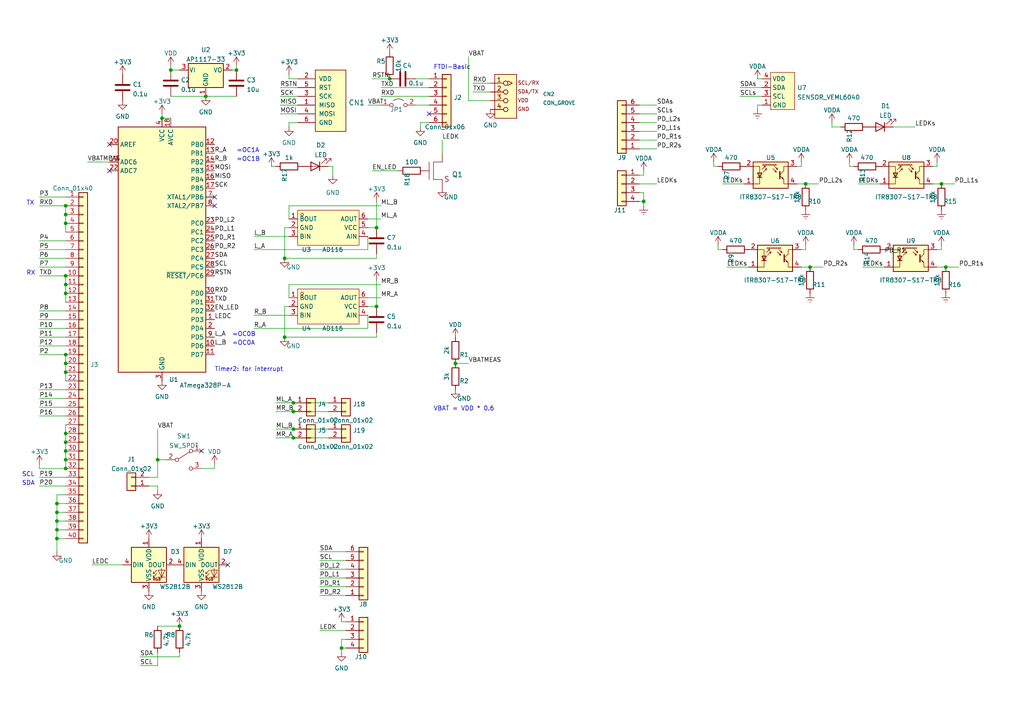
<source format=kicad_sch>
(kicad_sch (version 20211123) (generator eeschema)
  (paper "A4")
  (lib_symbols
    (symbol "Connector_Generic:Conn_01x02" (pin_names (offset 1.016) hide)
      (property "Reference" "J" (at 0 2.54 0))
      (property "Value" "Conn_01x02" (at 0 -5.08 0))
      (symbol "Conn_01x02_1_1"
        (pin passive line (at -5.08 0 0) (length 3.81) (name "Pin_1") (number "1"))
        (pin passive line (at -5.08 -2.54 0) (length 3.81) (name "Pin_2") (number "2"))
      )
    )
    (symbol "Connector_Generic:Conn_01x04" (pin_names (offset 1.016) hide)
      (property "Reference" "J" (at 0 5.08 0))
      (property "Value" "Conn_01x04" (at 0 -7.62 0))
      (symbol "Conn_01x04_1_1"
        (pin passive line (at -5.08 2.54 0) (length 3.81) (name "Pin_1") (number "1"))
        (pin passive line (at -5.08 0 0) (length 3.81) (name "Pin_2") (number "2"))
        (pin passive line (at -5.08 -2.54 0) (length 3.81) (name "Pin_3") (number "3"))
        (pin passive line (at -5.08 -5.08 0) (length 3.81) (name "Pin_4") (number "4"))
      )
    )
    (symbol "Connector_Generic:Conn_01x06" (pin_names (offset 1.016) hide)
      (property "Reference" "J" (at 0 7.62 0))
      (property "Value" "Conn_01x06" (at 0 -10.16 0))
      (symbol "Conn_01x06_1_1"
        (pin passive line (at -5.08 5.08 0) (length 3.81) (name "Pin_1") (number "1"))
        (pin passive line (at -5.08 2.54 0) (length 3.81) (name "Pin_2") (number "2"))
        (pin passive line (at -5.08 0 0) (length 3.81) (name "Pin_3") (number "3"))
        (pin passive line (at -5.08 -2.54 0) (length 3.81) (name "Pin_4") (number "4"))
        (pin passive line (at -5.08 -5.08 0) (length 3.81) (name "Pin_5") (number "5"))
        (pin passive line (at -5.08 -7.62 0) (length 3.81) (name "Pin_6") (number "6"))
      )
    )
    (symbol "Connector_Generic:Conn_01x40" (pin_names (offset 1.016) hide)
      (property "Reference" "J" (at 0 50.8 0))
      (property "Value" "Conn_01x40" (at 0 -53.34 0))
      (symbol "Conn_01x40_1_1"
        (pin passive line (at -5.08 48.26 0) (length 3.81) (name "Pin_1") (number "1"))
        (pin passive line (at -5.08 25.4 0) (length 3.81) (name "Pin_10") (number "10"))
        (pin passive line (at -5.08 22.86 0) (length 3.81) (name "Pin_11") (number "11"))
        (pin passive line (at -5.08 20.32 0) (length 3.81) (name "Pin_12") (number "12"))
        (pin passive line (at -5.08 17.78 0) (length 3.81) (name "Pin_13") (number "13"))
        (pin passive line (at -5.08 15.24 0) (length 3.81) (name "Pin_14") (number "14"))
        (pin passive line (at -5.08 12.7 0) (length 3.81) (name "Pin_15") (number "15"))
        (pin passive line (at -5.08 10.16 0) (length 3.81) (name "Pin_16") (number "16"))
        (pin passive line (at -5.08 7.62 0) (length 3.81) (name "Pin_17") (number "17"))
        (pin passive line (at -5.08 5.08 0) (length 3.81) (name "Pin_18") (number "18"))
        (pin passive line (at -5.08 2.54 0) (length 3.81) (name "Pin_19") (number "19"))
        (pin passive line (at -5.08 45.72 0) (length 3.81) (name "Pin_2") (number "2"))
        (pin passive line (at -5.08 0 0) (length 3.81) (name "Pin_20") (number "20"))
        (pin passive line (at -5.08 -2.54 0) (length 3.81) (name "Pin_21") (number "21"))
        (pin passive line (at -5.08 -5.08 0) (length 3.81) (name "Pin_22") (number "22"))
        (pin passive line (at -5.08 -7.62 0) (length 3.81) (name "Pin_23") (number "23"))
        (pin passive line (at -5.08 -10.16 0) (length 3.81) (name "Pin_24") (number "24"))
        (pin passive line (at -5.08 -12.7 0) (length 3.81) (name "Pin_25") (number "25"))
        (pin passive line (at -5.08 -15.24 0) (length 3.81) (name "Pin_26") (number "26"))
        (pin passive line (at -5.08 -17.78 0) (length 3.81) (name "Pin_27") (number "27"))
        (pin passive line (at -5.08 -20.32 0) (length 3.81) (name "Pin_28") (number "28"))
        (pin passive line (at -5.08 -22.86 0) (length 3.81) (name "Pin_29") (number "29"))
        (pin passive line (at -5.08 43.18 0) (length 3.81) (name "Pin_3") (number "3"))
        (pin passive line (at -5.08 -25.4 0) (length 3.81) (name "Pin_30") (number "30"))
        (pin passive line (at -5.08 -27.94 0) (length 3.81) (name "Pin_31") (number "31"))
        (pin passive line (at -5.08 -30.48 0) (length 3.81) (name "Pin_32") (number "32"))
        (pin passive line (at -5.08 -33.02 0) (length 3.81) (name "Pin_33") (number "33"))
        (pin passive line (at -5.08 -35.56 0) (length 3.81) (name "Pin_34") (number "34"))
        (pin passive line (at -5.08 -38.1 0) (length 3.81) (name "Pin_35") (number "35"))
        (pin passive line (at -5.08 -40.64 0) (length 3.81) (name "Pin_36") (number "36"))
        (pin passive line (at -5.08 -43.18 0) (length 3.81) (name "Pin_37") (number "37"))
        (pin passive line (at -5.08 -45.72 0) (length 3.81) (name "Pin_38") (number "38"))
        (pin passive line (at -5.08 -48.26 0) (length 3.81) (name "Pin_39") (number "39"))
        (pin passive line (at -5.08 40.64 0) (length 3.81) (name "Pin_4") (number "4"))
        (pin passive line (at -5.08 -50.8 0) (length 3.81) (name "Pin_40") (number "40"))
        (pin passive line (at -5.08 38.1 0) (length 3.81) (name "Pin_5") (number "5"))
        (pin passive line (at -5.08 35.56 0) (length 3.81) (name "Pin_6") (number "6"))
        (pin passive line (at -5.08 33.02 0) (length 3.81) (name "Pin_7") (number "7"))
        (pin passive line (at -5.08 30.48 0) (length 3.81) (name "Pin_8") (number "8"))
        (pin passive line (at -5.08 27.94 0) (length 3.81) (name "Pin_9") (number "9"))
      )
    )
    (symbol "Device:C" (pin_numbers hide) (pin_names (offset 0.254))
      (property "Reference" "C" (at 0.635 2.54 0))
      (property "Value" "C" (at 0.635 -2.54 0))
      (symbol "C_1_1"
        (pin passive line (at 0 3.81 270) (length 2.794) (name "~") (number "1"))
        (pin passive line (at 0 -3.81 90) (length 2.794) (name "~") (number "2"))
      )
    )
    (symbol "Device:LED" (pin_numbers hide) (pin_names (offset 1.016) hide)
      (property "Reference" "D" (at 0 2.54 0))
      (property "Value" "LED" (at 0 -2.54 0))
      (symbol "LED_1_1"
        (pin passive line (at -3.81 0 0) (length 2.54) (name "K") (number "1"))
        (pin passive line (at 3.81 0 180) (length 2.54) (name "A") (number "2"))
      )
    )
    (symbol "Device:R" (pin_numbers hide) (pin_names (offset 0))
      (property "Reference" "R" (at 2.032 0 90))
      (property "Value" "R" (at 0 0 90))
      (symbol "R_1_1"
        (pin passive line (at 0 3.81 270) (length 1.27) (name "~") (number "1"))
        (pin passive line (at 0 -3.81 90) (length 1.27) (name "~") (number "2"))
      )
    )
    (symbol "Jumper:Jumper_2_Open" (pin_names (offset 0) hide)
      (property "Reference" "JP" (at 0 2.794 0))
      (property "Value" "Jumper_2_Open" (at 0 -2.286 0))
      (symbol "Jumper_2_Open_1_1"
        (pin passive line (at -5.08 0 0) (length 2.54) (name "A") (number "1"))
        (pin passive line (at 5.08 0 180) (length 2.54) (name "B") (number "2"))
      )
    )
    (symbol "LED:WS2812B" (pin_names (offset 0.254))
      (property "Reference" "D" (at 5.08 5.715 0))
      (property "Value" "WS2812B" (at 1.27 -5.715 0))
      (symbol "WS2812B_0_0"
        (text "RGB" (at 2.286 -4.191 0) (effects (font (size 0.762 0.762))))
      )
      (symbol "WS2812B_1_1"
        (pin power_in line (at 0 7.62 270) (length 2.54) (name "VDD") (number "1"))
        (pin output line (at 7.62 0 180) (length 2.54) (name "DOUT") (number "2"))
        (pin power_in line (at 0 -7.62 90) (length 2.54) (name "VSS") (number "3"))
        (pin input line (at -7.62 0 0) (length 2.54) (name "DIN") (number "4"))
      )
    )
    (symbol "MCU_Microchip_ATmega:ATmega328P-A"
      (property "Reference" "U" (at -12.7 36.83 0))
      (property "Value" "ATmega328P-A" (at 2.54 -36.83 0))
      (symbol "ATmega328P-A_1_1"
        (pin bidirectional line (at 15.24 -20.32 180) (length 2.54) (name "PD3") (number "1"))
        (pin bidirectional line (at 15.24 -27.94 180) (length 2.54) (name "PD6") (number "10"))
        (pin bidirectional line (at 15.24 -30.48 180) (length 2.54) (name "PD7") (number "11"))
        (pin bidirectional line (at 15.24 30.48 180) (length 2.54) (name "PB0") (number "12"))
        (pin bidirectional line (at 15.24 27.94 180) (length 2.54) (name "PB1") (number "13"))
        (pin bidirectional line (at 15.24 25.4 180) (length 2.54) (name "PB2") (number "14"))
        (pin bidirectional line (at 15.24 22.86 180) (length 2.54) (name "PB3") (number "15"))
        (pin bidirectional line (at 15.24 20.32 180) (length 2.54) (name "PB4") (number "16"))
        (pin bidirectional line (at 15.24 17.78 180) (length 2.54) (name "PB5") (number "17"))
        (pin power_in line (at 2.54 38.1 270) (length 2.54) (name "AVCC") (number "18"))
        (pin input line (at -15.24 25.4 0) (length 2.54) (name "ADC6") (number "19"))
        (pin bidirectional line (at 15.24 -22.86 180) (length 2.54) (name "PD4") (number "2"))
        (pin passive line (at -15.24 30.48 0) (length 2.54) (name "AREF") (number "20"))
        (pin passive line (at 0 -38.1 90) (length 2.54) hide (name "GND") (number "21"))
        (pin input line (at -15.24 22.86 0) (length 2.54) (name "ADC7") (number "22"))
        (pin bidirectional line (at 15.24 7.62 180) (length 2.54) (name "PC0") (number "23"))
        (pin bidirectional line (at 15.24 5.08 180) (length 2.54) (name "PC1") (number "24"))
        (pin bidirectional line (at 15.24 2.54 180) (length 2.54) (name "PC2") (number "25"))
        (pin bidirectional line (at 15.24 0 180) (length 2.54) (name "PC3") (number "26"))
        (pin bidirectional line (at 15.24 -2.54 180) (length 2.54) (name "PC4") (number "27"))
        (pin bidirectional line (at 15.24 -5.08 180) (length 2.54) (name "PC5") (number "28"))
        (pin bidirectional line (at 15.24 -7.62 180) (length 2.54) (name "~{RESET}/PC6") (number "29"))
        (pin power_in line (at 0 -38.1 90) (length 2.54) (name "GND") (number "3"))
        (pin bidirectional line (at 15.24 -12.7 180) (length 2.54) (name "PD0") (number "30"))
        (pin bidirectional line (at 15.24 -15.24 180) (length 2.54) (name "PD1") (number "31"))
        (pin bidirectional line (at 15.24 -17.78 180) (length 2.54) (name "PD2") (number "32"))
        (pin power_in line (at 0 38.1 270) (length 2.54) (name "VCC") (number "4"))
        (pin passive line (at 0 -38.1 90) (length 2.54) hide (name "GND") (number "5"))
        (pin passive line (at 0 38.1 270) (length 2.54) hide (name "VCC") (number "6"))
        (pin bidirectional line (at 15.24 15.24 180) (length 2.54) (name "XTAL1/PB6") (number "7"))
        (pin bidirectional line (at 15.24 12.7 180) (length 2.54) (name "XTAL2/PB7") (number "8"))
        (pin bidirectional line (at 15.24 -25.4 180) (length 2.54) (name "PD5") (number "9"))
      )
    )
    (symbol "Regulator_Linear:AP1117-33" (pin_names (offset 0.254))
      (property "Reference" "U" (at -3.81 3.175 0))
      (property "Value" "AP1117-33" (at 0 3.175 0))
      (symbol "AP1117-33_1_1"
        (pin power_in line (at 0 -7.62 90) (length 2.54) (name "GND") (number "1"))
        (pin power_out line (at 7.62 0 180) (length 2.54) (name "VO") (number "2"))
        (pin power_in line (at -7.62 0 0) (length 2.54) (name "VI") (number "3"))
      )
    )
    (symbol "Sensor_Proximity:ITR8307-S17-TR8" (pin_names (offset 0.0254) hide)
      (property "Reference" "U" (at -3.81 5.08 0))
      (property "Value" "ITR8307-S17-TR8" (at 15.24 5.08 0))
      (symbol "ITR8307-S17-TR8_1_1"
        (pin passive line (at -7.62 -2.54 0) (length 2.54) (name "K") (number "1"))
        (pin passive line (at -7.62 2.54 0) (length 2.54) (name "A") (number "2"))
        (pin open_collector line (at 7.62 2.54 180) (length 2.54) (name "~") (number "3"))
        (pin open_emitter line (at 7.62 -2.54 180) (length 2.54) (name "~") (number "4"))
      )
    )
    (symbol "Switch:SW_SPDT" (pin_names (offset 0) hide)
      (property "Reference" "SW" (at 0 4.318 0))
      (property "Value" "SW_SPDT" (at 0 -5.08 0))
      (symbol "SW_SPDT_1_1"
        (pin passive line (at 5.08 2.54 180) (length 2.54) (name "A") (number "1"))
        (pin passive line (at -5.08 0 0) (length 2.54) (name "B") (number "2"))
        (pin passive line (at 5.08 -2.54 180) (length 2.54) (name "C") (number "3"))
      )
    )
    (symbol "akita:CON_AVRISP" (pin_names (offset 1.016))
      (property "Reference" "CN" (at -5.08 10.16 0))
      (symbol "CON_AVRISP_1_0"
        (pin bidirectional line (at -10.16 0 0) (length 5.08) (name "MISO") (number "1"))
        (pin bidirectional line (at -10.16 7.62 0) (length 5.08) (name "VDD") (number "2"))
        (pin bidirectional line (at -10.16 2.54 0) (length 5.08) (name "SCK") (number "3"))
        (pin bidirectional line (at -10.16 -2.54 0) (length 5.08) (name "MOSI") (number "4"))
        (pin bidirectional line (at -10.16 5.08 0) (length 5.08) (name "RST") (number "5"))
        (pin bidirectional line (at -10.16 -5.08 0) (length 5.08) (name "GND") (number "6"))
      )
    )
    (symbol "akita:CON_GROVE" (pin_names (offset 1.016))
      (property "Reference" "CN" (at 0 3.81 0))
      (property "Value" "CON_GROVE" (at 3.81 -5.08 90))
      (symbol "CON_GROVE_1_0"
        (text "GND" (at 5.334 -5.588 0) (effects (font (size 1.0668 1.0668)) (justify left bottom)))
        (text "SCL/RX" (at 5.334 2.032 0) (effects (font (size 1.0668 1.0668)) (justify left bottom)))
        (text "SDA/TX" (at 5.334 -0.508 0) (effects (font (size 1.0668 1.0668)) (justify left bottom)))
        (text "VDD" (at 5.334 -3.048 0) (effects (font (size 1.0668 1.0668)) (justify left bottom)))
        (pin bidirectional inverted_clock (at -2.54 2.54 0) (length 5.08) (name "1") (number "1"))
        (pin bidirectional inverted (at -2.54 0 0) (length 5.08) (name "2") (number "2"))
        (pin bidirectional inverted (at -2.54 -2.54 0) (length 5.08) (name "3") (number "3"))
        (pin bidirectional inverted (at -2.54 -5.08 0) (length 5.08) (name "4") (number "4"))
      )
    )
    (symbol "akita:SENSOR_VEML6040"
      (property "Reference" "U" (at 1.27 6.985 0))
      (property "Value" "SENSOR_VEML6040" (at 1.905 -6.35 0))
      (symbol "SENSOR_VEML6040_1_1"
        (pin power_in line (at 5.08 -3.81 180) (length 2.54) (name "GND") (number "1"))
        (pin bidirectional line (at 5.08 1.27 180) (length 2.54) (name "SDA") (number "2"))
        (pin bidirectional line (at 5.08 -1.27 180) (length 2.54) (name "SCL") (number "3"))
        (pin power_in line (at 5.08 3.81 180) (length 2.54) (name "VDD") (number "4"))
      )
    )
    (symbol "akita:TR_NMOS_IRLML6344" (pin_names (offset 1.016))
      (property "Reference" "Q" (at 3.048 0.508 0))
      (symbol "TR_NMOS_IRLML6344_1_0"
        (text "S" (at 3.048 -3.302 0) (effects (font (size 1.4986 1.4986)) (justify left bottom)))
        (pin bidirectional line (at -2.54 0 0) (length 0) (name "G") (number "1"))
        (pin bidirectional line (at 2.54 -5.08 90) (length 2.54) (name "S") (number "2"))
        (pin bidirectional line (at 2.54 5.08 270) (length 2.54) (name "D") (number "3"))
      )
    )
    (symbol "libLCSC:AD116"
      (property "Reference" "U" (at 0 7.62 0))
      (property "Value" "AD116" (at 0 -7.62 0))
      (symbol "AD116_0_1"
        (pin unspecified line (at -11.43 2.54 0) (length 2.54) (name "BOUT") (number "1"))
        (pin unspecified line (at -11.43 0 0) (length 2.54) (name "GND") (number "2"))
        (pin unspecified line (at -11.43 -2.54 0) (length 2.54) (name "BIN") (number "3"))
        (pin unspecified line (at 11.43 -2.54 180) (length 2.54) (name "AIN") (number "4"))
        (pin unspecified line (at 11.43 0 180) (length 2.54) (name "VCC") (number "5"))
        (pin unspecified line (at 11.43 2.54 180) (length 2.54) (name "AOUT") (number "6"))
      )
    )
    (symbol "power:+3V3" (power) (pin_names (offset 0))
      (property "Value" "+3V3" (at 0 3.556 0))
      (symbol "+3V3_1_1"
        (pin power_in line (at 0 0 90) (length 0) hide (name "+3V3") (number "1"))
      )
    )
    (symbol "power:Earth" (power) (pin_names (offset 0))
      (symbol "Earth_1_1"
        (pin power_in line (at 0 0 270) (length 0) hide (name "Earth") (number "1"))
      )
    )
    (symbol "power:GND" (power) (pin_names (offset 0))
      (property "Value" "GND" (at 0 -3.81 0))
      (symbol "GND_1_1"
        (pin power_in line (at 0 0 270) (length 0) hide (name "GND") (number "1"))
      )
    )
    (symbol "power:VDD" (power) (pin_names (offset 0))
      (property "Value" "VDD" (at 0 3.81 0))
      (symbol "VDD_1_1"
        (pin power_in line (at 0 0 90) (length 0) hide (name "VDD") (number "1"))
      )
    )
    (symbol "power:VDDA" (power) (pin_names (offset 0))
      (property "Value" "VDDA" (at 0 3.81 0))
      (symbol "VDDA_1_1"
        (pin power_in line (at 0 0 90) (length 0) hide (name "VDDA") (number "1"))
      )
    )
  )
  (junction (at 186.69 58.42))
  (junction (at 19.05 59.69))
  (junction (at 45.72 133.35))
  (junction (at 19.05 128.27))
  (junction (at 19.05 107.95))
  (junction (at 85.09 124.46))
  (junction (at 16.51 156.21))
  (junction (at 274.32 77.47))
  (junction (at 19.05 85.09))
  (junction (at 85.09 119.38))
  (junction (at 109.22 88.9))
  (junction (at 49.53 20.32))
  (junction (at 19.05 130.81))
  (junction (at 19.05 125.73))
  (junction (at 19.05 80.01))
  (junction (at 99.06 187.96))
  (junction (at 85.09 116.84))
  (junction (at 19.05 135.89))
  (junction (at 109.22 66.04))
  (junction (at 273.05 53.34))
  (junction (at 68.58 20.32))
  (junction (at 46.99 34.29))
  (junction (at 19.05 105.41))
  (junction (at 85.09 127))
  (junction (at 19.05 62.23))
  (junction (at 19.05 82.55))
  (junction (at 233.68 53.34))
  (junction (at 132.08 105.41))
  (junction (at 19.05 64.77))
  (junction (at 16.51 146.05))
  (junction (at 19.05 133.35))
  (junction (at 59.69 27.94))
  (junction (at 113.03 22.86))
  (junction (at 16.51 153.67))
  (junction (at 16.51 151.13))
  (junction (at 19.05 102.87))
  (junction (at 52.07 181.61))
  (junction (at 16.51 148.59))
  (junction (at 82.55 74.93))
  (junction (at 234.95 77.47))
  (junction (at 82.55 97.79))
  (no_connect (at 124.46 33.02))
  (no_connect (at 31.75 49.53))
  (no_connect (at 66.04 163.83))
  (no_connect (at 62.23 57.15))
  (no_connect (at 62.23 59.69))
  (no_connect (at 58.42 130.81))
  (no_connect (at 31.75 41.91))
  (wire (pts (xy 215.9 53.34) (xy 209.55 53.34)))
  (wire (pts (xy 248.92 72.39) (xy 247.65 72.39)))
  (wire (pts (xy 73.66 91.44) (xy 83.82 91.44)))
  (wire (pts (xy 255.27 53.34) (xy 248.92 53.34)))
  (wire (pts (xy 271.78 77.47) (xy 274.32 77.47)))
  (wire (pts (xy 11.43 74.93) (xy 19.05 74.93)))
  (wire (pts (xy 106.68 95.25) (xy 106.68 91.44)))
  (wire (pts (xy 19.05 105.41) (xy 19.05 107.95)))
  (wire (pts (xy 110.49 25.4) (xy 124.46 25.4)))
  (wire (pts (xy 80.01 127) (xy 85.09 127)))
  (wire (pts (xy 19.05 130.81) (xy 19.05 133.35)))
  (wire (pts (xy 49.53 27.94) (xy 59.69 27.94)))
  (wire (pts (xy 217.17 77.47) (xy 210.82 77.47)))
  (wire (pts (xy 16.51 156.21) (xy 16.51 160.02)))
  (wire (pts (xy 271.78 48.26) (xy 270.51 48.26)))
  (wire (pts (xy 85.09 127) (xy 95.25 127)))
  (wire (pts (xy 86.36 35.56) (xy 83.82 35.56)))
  (wire (pts (xy 81.28 25.4) (xy 86.36 25.4)))
  (wire (pts (xy 19.05 143.51) (xy 16.51 143.51)))
  (wire (pts (xy 11.43 100.33) (xy 19.05 100.33)))
  (wire (pts (xy 19.05 85.09) (xy 19.05 87.63)))
  (wire (pts (xy 11.43 102.87) (xy 19.05 102.87)))
  (wire (pts (xy 233.68 71.12) (xy 233.68 72.39)))
  (wire (pts (xy 43.18 138.43) (xy 45.72 138.43)))
  (wire (pts (xy 19.05 64.77) (xy 19.05 67.31)))
  (wire (pts (xy 52.07 189.23) (xy 52.07 190.5)))
  (wire (pts (xy 83.82 59.69) (xy 110.49 59.69)))
  (wire (pts (xy 81.28 30.48) (xy 86.36 30.48)))
  (wire (pts (xy 11.43 134.62) (xy 11.43 135.89)))
  (wire (pts (xy 40.64 190.5) (xy 52.07 190.5)))
  (wire (pts (xy 233.68 72.39) (xy 232.41 72.39)))
  (wire (pts (xy 83.82 22.86) (xy 83.82 21.59)))
  (wire (pts (xy 83.82 59.69) (xy 83.82 63.5)))
  (wire (pts (xy 92.71 170.18) (xy 100.33 170.18)))
  (wire (pts (xy 67.31 20.32) (xy 68.58 20.32)))
  (wire (pts (xy 19.05 107.95) (xy 19.05 110.49)))
  (wire (pts (xy 92.71 167.64) (xy 100.33 167.64)))
  (wire (pts (xy 80.01 124.46) (xy 85.09 124.46)))
  (wire (pts (xy 137.16 26.67) (xy 142.24 26.67)))
  (wire (pts (xy 73.66 68.58) (xy 83.82 68.58)))
  (wire (pts (xy 185.42 38.1) (xy 190.5 38.1)))
  (wire (pts (xy 19.05 80.01) (xy 19.05 82.55)))
  (wire (pts (xy 46.99 33.02) (xy 46.99 34.29)))
  (wire (pts (xy 11.43 72.39) (xy 19.05 72.39)))
  (wire (pts (xy 11.43 59.69) (xy 19.05 59.69)))
  (wire (pts (xy 52.07 20.32) (xy 49.53 20.32)))
  (wire (pts (xy 95.25 48.26) (xy 96.52 48.26)))
  (wire (pts (xy 16.51 146.05) (xy 19.05 146.05)))
  (wire (pts (xy 92.71 160.02) (xy 100.33 160.02)))
  (wire (pts (xy 11.43 80.01) (xy 19.05 80.01)))
  (wire (pts (xy 48.26 133.35) (xy 45.72 133.35)))
  (wire (pts (xy 232.41 77.47) (xy 234.95 77.47)))
  (wire (pts (xy 92.71 162.56) (xy 100.33 162.56)))
  (wire (pts (xy 83.82 82.55) (xy 83.82 86.36)))
  (wire (pts (xy 16.51 153.67) (xy 19.05 153.67)))
  (wire (pts (xy 186.69 58.42) (xy 186.69 59.69)))
  (wire (pts (xy 106.68 72.39) (xy 106.68 68.58)))
  (wire (pts (xy 273.05 53.34) (xy 276.86 53.34)))
  (wire (pts (xy 26.67 163.83) (xy 35.56 163.83)))
  (wire (pts (xy 45.72 124.46) (xy 45.72 133.35)))
  (wire (pts (xy 25.4 46.99) (xy 31.75 46.99)))
  (wire (pts (xy 107.95 22.86) (xy 113.03 22.86)))
  (wire (pts (xy 58.42 135.89) (xy 62.23 135.89)))
  (wire (pts (xy 92.71 172.72) (xy 100.33 172.72)))
  (wire (pts (xy 185.42 55.88) (xy 186.69 55.88)))
  (wire (pts (xy 85.09 119.38) (xy 95.25 119.38)))
  (wire (pts (xy 137.16 24.13) (xy 142.24 24.13)))
  (wire (pts (xy 11.43 140.97) (xy 19.05 140.97)))
  (wire (pts (xy 100.33 185.42) (xy 99.06 185.42)))
  (wire (pts (xy 45.72 140.97) (xy 45.72 142.24)))
  (wire (pts (xy 186.69 55.88) (xy 186.69 58.42)))
  (wire (pts (xy 106.68 88.9) (xy 109.22 88.9)))
  (wire (pts (xy 16.51 146.05) (xy 16.51 148.59)))
  (wire (pts (xy 45.72 133.35) (xy 45.72 138.43)))
  (wire (pts (xy 68.58 20.32) (xy 68.58 19.05)))
  (wire (pts (xy 81.28 27.94) (xy 86.36 27.94)))
  (wire (pts (xy 207.01 48.26) (xy 207.01 46.99)))
  (wire (pts (xy 11.43 138.43) (xy 19.05 138.43)))
  (wire (pts (xy 209.55 72.39) (xy 208.28 72.39)))
  (wire (pts (xy 124.46 35.56) (xy 121.92 35.56)))
  (wire (pts (xy 82.55 66.04) (xy 82.55 74.93)))
  (wire (pts (xy 234.95 77.47) (xy 238.76 77.47)))
  (wire (pts (xy 45.72 189.23) (xy 45.72 193.04)))
  (wire (pts (xy 109.22 97.79) (xy 109.22 96.52)))
  (wire (pts (xy 81.28 33.02) (xy 86.36 33.02)))
  (wire (pts (xy 19.05 123.19) (xy 19.05 125.73)))
  (wire (pts (xy 185.42 43.18) (xy 190.5 43.18)))
  (wire (pts (xy 11.43 95.25) (xy 19.05 95.25)))
  (wire (pts (xy 16.51 151.13) (xy 16.51 153.67)))
  (wire (pts (xy 247.65 72.39) (xy 247.65 71.12)))
  (wire (pts (xy 270.51 53.34) (xy 273.05 53.34)))
  (wire (pts (xy 246.38 48.26) (xy 246.38 46.99)))
  (wire (pts (xy 232.41 48.26) (xy 231.14 48.26)))
  (wire (pts (xy 109.22 58.42) (xy 109.22 66.04)))
  (wire (pts (xy 11.43 77.47) (xy 19.05 77.47)))
  (wire (pts (xy 11.43 92.71) (xy 19.05 92.71)))
  (wire (pts (xy 185.42 35.56) (xy 190.5 35.56)))
  (wire (pts (xy 78.74 48.26) (xy 80.01 48.26)))
  (wire (pts (xy 107.95 49.53) (xy 115.57 49.53)))
  (wire (pts (xy 120.65 22.86) (xy 124.46 22.86)))
  (wire (pts (xy 185.42 33.02) (xy 190.5 33.02)))
  (wire (pts (xy 243.84 36.83) (xy 241.3 36.83)))
  (wire (pts (xy 271.78 46.99) (xy 271.78 48.26)))
  (wire (pts (xy 62.23 135.89) (xy 62.23 134.62)))
  (wire (pts (xy 132.08 105.41) (xy 135.89 105.41)))
  (wire (pts (xy 85.09 116.84) (xy 95.25 116.84)))
  (wire (pts (xy 11.43 90.17) (xy 19.05 90.17)))
  (wire (pts (xy 49.53 20.32) (xy 49.53 19.05)))
  (wire (pts (xy 80.01 116.84) (xy 85.09 116.84)))
  (wire (pts (xy 120.65 30.48) (xy 124.46 30.48)))
  (wire (pts (xy 19.05 133.35) (xy 19.05 135.89)))
  (wire (pts (xy 85.09 124.46) (xy 95.25 124.46)))
  (wire (pts (xy 16.51 156.21) (xy 19.05 156.21)))
  (wire (pts (xy 208.28 72.39) (xy 208.28 71.12)))
  (wire (pts (xy 43.18 140.97) (xy 45.72 140.97)))
  (wire (pts (xy 110.49 27.94) (xy 124.46 27.94)))
  (wire (pts (xy 16.51 143.51) (xy 16.51 146.05)))
  (wire (pts (xy 185.42 53.34) (xy 190.5 53.34)))
  (wire (pts (xy 45.72 181.61) (xy 52.07 181.61)))
  (wire (pts (xy 92.71 182.88) (xy 100.33 182.88)))
  (wire (pts (xy 46.99 34.29) (xy 49.53 34.29)))
  (wire (pts (xy 231.14 53.34) (xy 233.68 53.34)))
  (wire (pts (xy 16.51 153.67) (xy 16.51 156.21)))
  (wire (pts (xy 219.71 22.86) (xy 220.98 22.86)))
  (wire (pts (xy 11.43 97.79) (xy 19.05 97.79)))
  (wire (pts (xy 186.69 50.8) (xy 186.69 49.53)))
  (wire (pts (xy 99.06 187.96) (xy 100.33 187.96)))
  (wire (pts (xy 80.01 119.38) (xy 85.09 119.38)))
  (wire (pts (xy 83.82 66.04) (xy 82.55 66.04)))
  (wire (pts (xy 19.05 128.27) (xy 19.05 130.81)))
  (wire (pts (xy 185.42 30.48) (xy 190.5 30.48)))
  (wire (pts (xy 233.68 53.34) (xy 237.49 53.34)))
  (wire (pts (xy 59.69 27.94) (xy 68.58 27.94)))
  (wire (pts (xy 11.43 120.65) (xy 19.05 120.65)))
  (wire (pts (xy 99.06 185.42) (xy 99.06 187.96)))
  (wire (pts (xy 214.63 27.94) (xy 220.98 27.94)))
  (wire (pts (xy 232.41 46.99) (xy 232.41 48.26)))
  (wire (pts (xy 40.64 193.04) (xy 45.72 193.04)))
  (wire (pts (xy 259.08 36.83) (xy 265.43 36.83)))
  (wire (pts (xy 185.42 58.42) (xy 186.69 58.42)))
  (wire (pts (xy 96.52 48.26) (xy 96.52 50.8)))
  (wire (pts (xy 16.51 151.13) (xy 19.05 151.13)))
  (wire (pts (xy 19.05 102.87) (xy 19.05 105.41)))
  (wire (pts (xy 247.65 48.26) (xy 246.38 48.26)))
  (wire (pts (xy 82.55 88.9) (xy 82.55 97.79)))
  (wire (pts (xy 11.43 115.57) (xy 19.05 115.57)))
  (wire (pts (xy 274.32 77.47) (xy 278.13 77.47)))
  (wire (pts (xy 109.22 74.93) (xy 109.22 73.66)))
  (wire (pts (xy 109.22 81.28) (xy 109.22 88.9)))
  (wire (pts (xy 92.71 165.1) (xy 100.33 165.1)))
  (wire (pts (xy 208.28 48.26) (xy 207.01 48.26)))
  (wire (pts (xy 16.51 148.59) (xy 19.05 148.59)))
  (wire (pts (xy 86.36 22.86) (xy 83.82 22.86)))
  (wire (pts (xy 73.66 72.39) (xy 106.68 72.39)))
  (wire (pts (xy 11.43 118.11) (xy 19.05 118.11)))
  (wire (pts (xy 11.43 57.15) (xy 19.05 57.15)))
  (wire (pts (xy 135.89 29.21) (xy 142.24 29.21)))
  (wire (pts (xy 106.68 30.48) (xy 110.49 30.48)))
  (wire (pts (xy 11.43 69.85) (xy 19.05 69.85)))
  (wire (pts (xy 219.71 30.48) (xy 219.71 31.75)))
  (wire (pts (xy 83.82 88.9) (xy 82.55 88.9)))
  (wire (pts (xy 99.06 187.96) (xy 99.06 189.23)))
  (wire (pts (xy 82.55 97.79) (xy 109.22 97.79)))
  (wire (pts (xy 19.05 125.73) (xy 19.05 128.27)))
  (wire (pts (xy 73.66 95.25) (xy 106.68 95.25)))
  (wire (pts (xy 241.3 36.83) (xy 241.3 35.56)))
  (wire (pts (xy 83.82 35.56) (xy 83.82 36.83)))
  (wire (pts (xy 106.68 63.5) (xy 110.49 63.5)))
  (wire (pts (xy 273.05 72.39) (xy 271.78 72.39)))
  (wire (pts (xy 256.54 77.47) (xy 250.19 77.47)))
  (wire (pts (xy 106.68 86.36) (xy 110.49 86.36)))
  (wire (pts (xy 11.43 135.89) (xy 19.05 135.89)))
  (wire (pts (xy 83.82 82.55) (xy 110.49 82.55)))
  (wire (pts (xy 99.06 180.34) (xy 100.33 180.34)))
  (wire (pts (xy 185.42 40.64) (xy 190.5 40.64)))
  (wire (pts (xy 19.05 82.55) (xy 19.05 85.09)))
  (wire (pts (xy 128.27 40.64) (xy 128.27 44.45)))
  (wire (pts (xy 82.55 74.93) (xy 109.22 74.93)))
  (wire (pts (xy 214.63 25.4) (xy 220.98 25.4)))
  (wire (pts (xy 16.51 148.59) (xy 16.51 151.13)))
  (wire (pts (xy 135.89 16.51) (xy 135.89 29.21)))
  (wire (pts (xy 273.05 71.12) (xy 273.05 72.39)))
  (wire (pts (xy 121.92 35.56) (xy 121.92 36.83)))
  (wire (pts (xy 19.05 62.23) (xy 19.05 64.77)))
  (wire (pts (xy 11.43 113.03) (xy 19.05 113.03)))
  (wire (pts (xy 19.05 59.69) (xy 19.05 62.23)))
  (wire (pts (xy 106.68 66.04) (xy 109.22 66.04)))
  (wire (pts (xy 220.98 30.48) (xy 219.71 30.48)))
  (wire (pts (xy 185.42 50.8) (xy 186.69 50.8)))
  (text "SDA\n" (at 6.35 140.97 0) (effects (font (size 1.27 1.27)) (justify left bottom)))
  (text "VBAT = VDD * 0.6" (at 125.73 119.38 0) (effects (font (size 1.27 1.27)) (justify left bottom)))
  (text "Timer2: for interrupt" (at 62.23 107.95 0) (effects (font (size 1.27 1.27)) (justify left bottom)))
  (text "FTDI-Basic\n" (at 125.73 20.32 0) (effects (font (size 1.27 1.27)) (justify left bottom)))
  (text "=OC1A" (at 68.58 44.45 0) (effects (font (size 1.27 1.27)) (justify left bottom)))
  (text "TX\n" (at 7.62 59.69 0) (effects (font (size 1.27 1.27)) (justify left bottom)))
  (text "=OC1B" (at 68.58 46.99 0) (effects (font (size 1.27 1.27)) (justify left bottom)))
  (text "=OC0B" (at 67.31 97.79 0) (effects (font (size 1.27 1.27)) (justify left bottom)))
  (text "=OC0A" (at 67.31 100.33 0) (effects (font (size 1.27 1.27)) (justify left bottom)))
  (text "SCL" (at 6.35 138.43 0) (effects (font (size 1.27 1.27)) (justify left bottom)))
  (text "RX" (at 7.62 80.01 0) (effects (font (size 1.27 1.27)) (justify left bottom)))
  (label "MISO" (at 81.28 30.48 0))
  (label "ML_A" (at 80.01 116.84 0))
  (label "P6" (at 11.43 74.93 0))
  (label "SDAs" (at 214.63 25.4 0))
  (label "ML_B" (at 80.01 124.46 0))
  (label "SCK" (at 81.28 27.94 0))
  (label "LEDC" (at 62.23 92.71 0))
  (label "PD_R1" (at 92.71 170.18 0))
  (label "RSTN" (at 107.95 22.86 0))
  (label "SCLs" (at 190.5 33.02 0))
  (label "PD_L2" (at 62.23 64.77 0))
  (label "VBATMEAS" (at 25.4 46.99 0))
  (label "PD_R2s" (at 238.76 77.47 0))
  (label "LEDKs" (at 265.43 36.83 0))
  (label "LEDC" (at 26.67 163.83 0))
  (label "ML_B" (at 110.49 59.69 0))
  (label "RSTN" (at 62.23 80.01 0))
  (label "LEDKs" (at 248.92 53.34 0))
  (label "R_A" (at 62.23 44.45 0))
  (label "L_A" (at 73.66 72.39 0))
  (label "R_B" (at 62.23 46.99 0))
  (label "VBAT" (at 106.68 30.48 0))
  (label "PD_R1s" (at 190.5 40.64 0))
  (label "PD_L1s" (at 276.86 53.34 0))
  (label "PD_L2s" (at 190.5 35.56 0))
  (label "PD_R1s" (at 278.13 77.47 0))
  (label "MOSI" (at 62.23 49.53 0))
  (label "P11" (at 11.43 97.79 0))
  (label "P5" (at 11.43 72.39 0))
  (label "PD_L2s" (at 237.49 53.34 0))
  (label "P13" (at 11.43 113.03 0))
  (label "PD_R2s" (at 190.5 43.18 0))
  (label "RXD" (at 11.43 59.69 0))
  (label "PD_L1" (at 92.71 167.64 0))
  (label "LEDKs" (at 250.19 77.47 0))
  (label "MR_A" (at 80.01 127 0))
  (label "RSTN" (at 81.28 25.4 0))
  (label "P3" (at 11.43 57.15 0))
  (label "EN_LED" (at 62.23 90.17 0))
  (label "TXD" (at 137.16 26.67 0))
  (label "P12" (at 11.43 100.33 0))
  (label "RXD" (at 137.16 24.13 0))
  (label "EN_LED" (at 107.95 49.53 0))
  (label "P4" (at 11.43 69.85 0))
  (label "MOSI" (at 81.28 33.02 0))
  (label "SDA" (at 40.64 190.5 0))
  (label "LEDKs" (at 209.55 53.34 0))
  (label "MISO" (at 62.23 52.07 0))
  (label "PD_L1" (at 62.23 67.31 0))
  (label "PD_R1" (at 256.54 73.66 0))
  (label "P10" (at 11.43 95.25 0))
  (label "R_B" (at 73.66 91.44 0))
  (label "SCK" (at 62.23 54.61 0))
  (label "P14" (at 11.43 115.57 0))
  (label "VBAT" (at 45.72 124.46 0))
  (label "SCL" (at 40.64 193.04 0))
  (label "P7" (at 11.43 77.47 0))
  (label "P2" (at 11.43 102.87 0))
  (label "SCL" (at 92.71 162.56 0))
  (label "RXD" (at 110.49 27.94 0))
  (label "P9" (at 11.43 92.71 0))
  (label "TXD" (at 110.49 25.4 0))
  (label "TXD" (at 62.23 87.63 0))
  (label "SDA" (at 92.71 160.02 0))
  (label "SCL" (at 62.23 77.47 0))
  (label "P20" (at 11.43 140.97 0))
  (label "SDAs" (at 190.5 30.48 0))
  (label "PD_R2" (at 92.71 172.72 0))
  (label "LEDKs" (at 210.82 77.47 0))
  (label "ML_A" (at 110.49 63.5 0))
  (label "SCLs" (at 214.63 27.94 0))
  (label "PD_L1s" (at 190.5 38.1 0))
  (label "VBAT" (at 135.89 16.51 0))
  (label "L_A" (at 62.23 97.79 0))
  (label "P15" (at 11.43 118.11 0))
  (label "PD_L2" (at 92.71 165.1 0))
  (label "VBATMEAS" (at 135.89 105.41 0))
  (label "L_B" (at 62.23 100.33 0))
  (label "MR_A" (at 110.49 86.36 0))
  (label "P19" (at 11.43 138.43 0))
  (label "MR_B" (at 110.49 82.55 0))
  (label "SDA" (at 62.23 74.93 0))
  (label "PD_R2" (at 62.23 72.39 0))
  (label "P8" (at 11.43 90.17 0))
  (label "MR_B" (at 80.01 119.38 0))
  (label "LEDK" (at 128.27 40.64 0))
  (label "R_A" (at 73.66 95.25 0))
  (label "RXD" (at 62.23 85.09 0))
  (label "LEDKs" (at 190.5 53.34 0))
  (label "P16" (at 11.43 120.65 0))
  (label "PD_R1" (at 62.23 69.85 0))
  (label "TXD" (at 11.43 80.01 0))
  (label "L_B" (at 73.66 68.58 0))
  (label "LEDK" (at 92.71 182.88 0))
  (symbol (lib_id "power:+3V3") (at 52.07 181.61 0) (unit 1)
    (property "Reference" "#PWR0106" (effects hide))
    (property "Value" "+3V3" (at 52.07 178.0055 0))
  )
  (symbol (lib_id "power:VDDA") (at 233.68 71.12 0) (unit 1)
    (property "Reference" "#PWR030" (effects hide))
    (property "Value" "VDDA" (at 233.68 67.5155 0))
  )
  (symbol (lib_id "power:VDDA") (at 247.65 71.12 0) (unit 1)
    (property "Reference" "#PWR032" (effects hide))
    (property "Value" "VDDA" (at 247.65 67.5155 0))
  )
  (symbol (lib_id "Device:R") (at 251.46 48.26 270) (unit 1)
    (property "Reference" "R13" (at 250.19 50.8 0))
    (property "Value" "470" (at 251.46 45.72 90))
    (property "Footprint" "Resistor_SMD:R_0603_1608Metric" (effects hide))
    (property "LCSC" "C2907172" (effects hide))
  )
  (symbol (lib_id "Device:LED") (at 255.27 36.83 180) (unit 1)
    (property "Reference" "D1" (at 256.8575 30.7045 0))
    (property "Value" "LED" (at 256.8575 33.4796 0))
    (property "Footprint" "LED_SMD:LED_0603_1608Metric" (effects hide))
  )
  (symbol (lib_id "power:GND") (at 82.55 74.93 0) (unit 1)
    (property "Reference" "#PWR012" (effects hide))
    (property "Value" "GND" (at 85.09 77.47 0))
  )
  (symbol (lib_id "power:GND") (at 132.08 113.03 0) (unit 1)
    (property "Reference" "#PWR016" (effects hide))
    (property "Value" "GND" (at 134.62 115.57 0))
  )
  (symbol (lib_id "power:VDDA") (at 232.41 46.99 0) (unit 1)
    (property "Reference" "#PWR024" (effects hide))
    (property "Value" "VDDA" (at 232.41 43.3855 0))
  )
  (symbol (lib_id "akita:SENSOR_VEML6040") (at 226.06 26.67 0) (mirror y) (unit 1)
    (property "Reference" "U7" (at 231.2162 25.444 0) (effects (justify right)))
    (property "Value" "SENSOR_VEML6040" (at 231.2162 28.2191 0) (effects (justify right)))
    (property "Footprint" "akita:OPLGA-4" (effects hide))
    (property "LCSC" "C78465" (effects hide))
  )
  (symbol (lib_id "power:GND") (at 46.99 110.49 0) (unit 1)
    (property "Reference" "#PWR05" (effects hide))
    (property "Value" "GND" (at 46.99 115.0525 0))
  )
  (symbol (lib_id "power:+3V3") (at 78.74 48.26 0) (unit 1)
    (property "Reference" "#PWR040" (effects hide))
    (property "Value" "+3V3" (at 78.74 44.6555 0))
  )
  (symbol (lib_id "power:+3V3") (at 46.99 33.02 0) (unit 1)
    (property "Reference" "#PWR04" (effects hide))
    (property "Value" "+3V3" (at 46.99 29.4155 0))
  )
  (symbol (lib_id "power:VDDA") (at 207.01 46.99 0) (unit 1)
    (property "Reference" "#PWR023" (effects hide))
    (property "Value" "VDDA" (at 207.01 43.3855 0))
  )
  (symbol (lib_id "power:GND") (at 35.56 29.21 0) (unit 1)
    (property "Reference" "#PWR02" (effects hide))
    (property "Value" "GND" (at 35.56 33.7725 0))
  )
  (symbol (lib_id "power:VDDA") (at 273.05 71.12 0) (unit 1)
    (property "Reference" "#PWR033" (effects hide))
    (property "Value" "VDDA" (at 273.05 67.5155 0))
  )
  (symbol (lib_id "power:VDDA") (at 246.38 46.99 0) (unit 1)
    (property "Reference" "#PWR025" (effects hide))
    (property "Value" "VDDA" (at 246.38 43.3855 0))
  )
  (symbol (lib_id "power:+3V3") (at 113.03 15.24 0) (unit 1)
    (property "Reference" "#PWR018" (effects hide))
    (property "Value" "+3V3" (at 113.03 11.6355 0))
  )
  (symbol (lib_id "power:GND") (at 128.27 54.61 0) (unit 1)
    (property "Reference" "#PWR031" (effects hide))
    (property "Value" "GND" (at 130.81 57.15 0))
  )
  (symbol (lib_id "LED:WS2812B") (at 58.42 163.83 0) (unit 1)
    (property "Reference" "D7" (at 66.04 160.02 0))
    (property "Value" "WS2812B" (at 66.04 170.18 0))
    (property "Footprint" "LED_SMD:LED_WS2812B_PLCC4_5.0x5.0mm_P3.2mm" (effects hide))
    (property "Datasheet" "https://cdn-shop.adafruit.com/datasheets/WS2812B.pdf" (effects hide))
  )
  (symbol (lib_id "Device:R") (at 273.05 57.15 0) (unit 1)
    (property "Reference" "R15" (at 275.59 58.42 0))
    (property "Value" "10k" (at 270.51 57.15 90))
    (property "Footprint" "Resistor_SMD:R_0603_1608Metric" (effects hide))
  )
  (symbol (lib_id "Device:R") (at 234.95 81.28 0) (unit 1)
    (property "Reference" "R11" (at 237.49 82.55 0))
    (property "Value" "10k" (at 232.41 81.28 90))
    (property "Footprint" "Resistor_SMD:R_0603_1608Metric" (effects hide))
  )
  (symbol (lib_id "Device:C") (at 116.84 22.86 90) (unit 1)
    (property "Reference" "C4" (at 118.11 19.05 90))
    (property "Value" "0.1u" (at 120.65 24.13 90))
    (property "Footprint" "Capacitor_SMD:C_0603_1608Metric" (effects hide))
  )
  (symbol (lib_id "power:VDDA") (at 271.78 46.99 0) (unit 1)
    (property "Reference" "#PWR026" (effects hide))
    (property "Value" "VDDA" (at 271.78 43.3855 0))
  )
  (symbol (lib_id "Sensor_Proximity:ITR8307-S17-TR8") (at 223.52 50.8 0) (unit 1)
    (property "Reference" "U5" (at 223.52 45.72 0))
    (property "Value" "ITR8307-S17-TR8" (at 223.52 57.15 0))
    (property "Footprint" "OptoDevice:Everlight_ITR1201SR10AR" (effects hide))
    (property "Datasheet" "https://datasheet.lcsc.com/szlcsc/1810010232_Everlight-Elec-ITR8307-S17-TR8-B_C81632.pdf" (effects hide))
    (property "LCSC" "C81632" (effects hide))
  )
  (symbol (lib_id "akita:CON_AVRISP") (at 96.52 30.48 0) (unit 1)
    (property "Reference" "CN1" (at 101.0666 29.7752 0) (effects (font (size 1.4986 1.4986)) (justify left)))
    (property "Value" "CON_AVRISP" (effects hide))
    (property "Footprint" "Connector_PinHeader_2.54mm:PinHeader_2x03_P2.54mm_Vertical" (effects hide))
  )
  (symbol (lib_id "power:VDD") (at 62.23 134.62 0) (unit 1)
    (property "Reference" "#PWR08" (effects hide))
    (property "Value" "VDD" (at 62.23 131.0155 0))
  )
  (symbol (lib_id "Sensor_Proximity:ITR8307-S17-TR8") (at 224.79 74.93 0) (unit 1)
    (property "Reference" "U6" (at 224.79 69.85 0))
    (property "Value" "ITR8307-S17-TR8" (at 224.79 81.28 0))
    (property "Footprint" "OptoDevice:Everlight_ITR1201SR10AR" (effects hide))
    (property "Datasheet" "https://datasheet.lcsc.com/szlcsc/1810010232_Everlight-Elec-ITR8307-S17-TR8-B_C81632.pdf" (effects hide))
    (property "LCSC" "C81632" (effects hide))
  )
  (symbol (lib_id "power:+3V3") (at 11.43 134.62 0) (unit 1)
    (property "Reference" "#PWR0101" (effects hide))
    (property "Value" "+3V3" (at 11.43 131.0155 0))
  )
  (symbol (lib_id "power:GND") (at 96.52 50.8 0) (unit 1)
    (property "Reference" "#PWR041" (effects hide))
    (property "Value" "GND" (at 96.52 55.88 0))
  )
  (symbol (lib_id "power:GND") (at 16.51 160.02 0) (unit 1)
    (property "Reference" "#PWR0102" (effects hide))
    (property "Value" "GND" (at 19.05 162.56 0))
  )
  (symbol (lib_id "Regulator_Linear:AP1117-33") (at 59.69 20.32 0) (unit 1)
    (property "Reference" "U2" (at 59.69 14.4485 0))
    (property "Value" "AP1117-33" (at 59.69 17.2236 0))
    (property "Footprint" "Package_TO_SOT_SMD:SOT-223-3_TabPin2" (effects hide))
    (property "Datasheet" "http://www.diodes.com/datasheets/AP1117.pdf" (effects hide))
    (property "LCSC" "C2992570" (effects hide))
  )
  (symbol (lib_id "power:Earth") (at 234.95 85.09 0) (unit 1)
    (property "Reference" "#PWR038" (effects hide))
    (property "Value" "Earth" (effects hide))
  )
  (symbol (lib_id "Sensor_Proximity:ITR8307-S17-TR8") (at 264.16 74.93 0) (unit 1)
    (property "Reference" "U9" (at 264.16 69.85 0))
    (property "Value" "ITR8307-S17-TR8" (at 264.16 81.28 0))
    (property "Footprint" "OptoDevice:Everlight_ITR1201SR10AR" (effects hide))
    (property "Datasheet" "https://datasheet.lcsc.com/szlcsc/1810010232_Everlight-Elec-ITR8307-S17-TR8-B_C81632.pdf" (effects hide))
    (property "LCSC" "C81632" (effects hide))
  )
  (symbol (lib_id "Connector_Generic:Conn_01x04") (at 180.34 53.34 0) (mirror y) (unit 1)
    (property "Reference" "J11" (at 181.61 60.96 0) (effects (justify left)))
    (property "Value" "Conn_01x04" (effects hide))
    (property "Footprint" "Connector_PinSocket_2.54mm:PinSocket_1x04_P2.54mm_Vertical" (effects hide))
  )
  (symbol (lib_id "power:GND") (at 58.42 171.45 0) (unit 1)
    (property "Reference" "#PWR069" (effects hide))
    (property "Value" "GND" (at 58.42 176.0125 0))
  )
  (symbol (lib_id "Device:R") (at 132.08 101.6 0) (unit 1)
    (property "Reference" "R1" (at 134.62 102.87 0))
    (property "Value" "2k" (at 129.54 101.6 90))
    (property "Footprint" "Resistor_SMD:R_0603_1608Metric" (effects hide))
    (property "LCSC" "C2907022" (effects hide))
  )
  (symbol (lib_id "Connector_Generic:Conn_01x02") (at 90.17 124.46 0) (unit 1)
    (property "Reference" "J5" (at 92.202 124.8215 0) (effects (justify left)))
    (property "Value" "Conn_01x02" (at 86.36 129.54 0) (effects (justify left)))
    (property "Footprint" "Connector_PinHeader_2.54mm:PinHeader_1x02_P2.54mm_Vertical" (effects hide))
  )
  (symbol (lib_id "power:Earth") (at 273.05 60.96 0) (unit 1)
    (property "Reference" "#PWR028" (effects hide))
    (property "Value" "Earth" (effects hide))
  )
  (symbol (lib_id "Device:R") (at 252.73 72.39 270) (unit 1)
    (property "Reference" "R14" (at 251.46 74.93 0))
    (property "Value" "470" (at 252.73 69.85 90))
    (property "Footprint" "Resistor_SMD:R_0603_1608Metric" (effects hide))
    (property "LCSC" "C2907172" (effects hide))
  )
  (symbol (lib_id "power:+3V3") (at 99.06 180.34 0) (unit 1)
    (property "Reference" "#PWR034" (effects hide))
    (property "Value" "+3V3" (at 99.06 176.7355 0))
  )
  (symbol (lib_id "Switch:SW_SPDT") (at 53.34 133.35 0) (unit 1)
    (property "Reference" "SW1" (at 53.34 126.4625 0))
    (property "Value" "SW_SPDT" (at 53.34 129.2376 0))
    (property "Footprint" "akita:SW_SK-12D11VG3" (effects hide))
  )
  (symbol (lib_id "Connector_Generic:Conn_01x06") (at 180.34 38.1 180) (unit 1)
    (property "Reference" "J9" (at 181.61 45.72 0) (effects (justify left)))
    (property "Value" "Conn_01x06" (effects hide))
    (property "Footprint" "Connector_PinHeader_2.54mm:PinHeader_1x06_P2.54mm_Vertical" (effects hide))
  )
  (symbol (lib_id "Device:C") (at 35.56 25.4 0) (unit 1)
    (property "Reference" "C1" (at 38.481 24.4915 0) (effects (justify left)))
    (property "Value" "0.1u" (at 38.481 27.2666 0) (effects (justify left)))
    (property "Footprint" "Capacitor_SMD:C_0603_1608Metric" (effects hide))
  )
  (symbol (lib_id "power:GND") (at 43.18 171.45 0) (unit 1)
    (property "Reference" "#PWR043" (effects hide))
    (property "Value" "GND" (at 43.18 176.0125 0))
  )
  (symbol (lib_id "power:GND") (at 45.72 142.24 0) (unit 1)
    (property "Reference" "#PWR03" (effects hide))
    (property "Value" "GND" (at 45.72 146.8025 0))
  )
  (symbol (lib_id "Connector_Generic:Conn_01x04") (at 105.41 182.88 0) (unit 1)
    (property "Reference" "J10" (at 102.87 190.5 0) (effects (justify left)))
    (property "Value" "Conn_01x04" (effects hide))
    (property "Footprint" "Connector_PinSocket_2.54mm:PinSocket_1x04_P2.54mm_Vertical" (effects hide))
  )
  (symbol (lib_id "power:GND") (at 59.69 27.94 0) (unit 1)
    (property "Reference" "#PWR07" (effects hide))
    (property "Value" "GND" (at 59.69 32.5025 0))
  )
  (symbol (lib_id "power:VDDA") (at 208.28 71.12 0) (unit 1)
    (property "Reference" "#PWR029" (effects hide))
    (property "Value" "VDDA" (at 208.28 67.5155 0))
  )
  (symbol (lib_id "power:GND") (at 121.92 36.83 0) (unit 1)
    (property "Reference" "#PWR019" (effects hide))
    (property "Value" "GND" (at 121.92 41.3925 0))
  )
  (symbol (lib_id "Connector_Generic:Conn_01x02") (at 100.33 124.46 0) (unit 1)
    (property "Reference" "J19" (at 102.362 124.8215 0) (effects (justify left)))
    (property "Value" "Conn_01x02" (at 96.52 129.54 0) (effects (justify left)))
    (property "Footprint" "Connector_PinHeader_2.54mm:PinHeader_1x02_P2.54mm_Vertical_SMD_Pin1Right" (effects hide))
  )
  (symbol (lib_id "Device:R") (at 233.68 57.15 0) (unit 1)
    (property "Reference" "R10" (at 236.22 58.42 0))
    (property "Value" "10k" (at 231.14 57.15 90))
    (property "Footprint" "Resistor_SMD:R_0603_1608Metric" (effects hide))
  )
  (symbol (lib_id "Device:C") (at 49.53 24.13 0) (unit 1)
    (property "Reference" "C2" (at 52.451 23.2215 0) (effects (justify left)))
    (property "Value" "0.1u" (at 52.451 25.9966 0) (effects (justify left)))
    (property "Footprint" "Capacitor_SMD:C_0603_1608Metric" (effects hide))
  )
  (symbol (lib_id "Connector_Generic:Conn_01x40") (at 24.13 105.41 0) (unit 1)
    (property "Reference" "J3" (at 26.162 105.7715 0) (effects (justify left)))
    (property "Value" "Conn_01x40" (at 15.24 54.61 0) (effects (justify left)))
    (property "Footprint" "akita:CON_microbit_cardedge_V_SMD" (effects hide))
  )
  (symbol (lib_id "Device:R") (at 113.03 19.05 180) (unit 1)
    (property "Reference" "R5" (at 110.49 17.78 0))
    (property "Value" "10k" (at 115.57 19.05 90))
    (property "Footprint" "Resistor_SMD:R_0603_1608Metric" (effects hide))
  )
  (symbol (lib_id "Device:R") (at 52.07 185.42 180) (unit 1)
    (property "Reference" "R8" (at 49.53 184.15 0))
    (property "Value" "4.7k" (at 54.61 185.42 90))
    (property "Footprint" "Resistor_SMD:R_0603_1608Metric" (effects hide))
  )
  (symbol (lib_id "Device:R") (at 119.38 49.53 270) (unit 1)
    (property "Reference" "R18" (at 118.11 52.07 0))
    (property "Value" "100" (at 119.38 46.99 90))
    (property "Footprint" "Resistor_SMD:R_0603_1608Metric" (effects hide))
  )
  (symbol (lib_id "Jumper:Jumper_2_Open") (at 115.57 30.48 0) (unit 1)
    (property "Reference" "JP1" (at 116.84 31.75 0) (effects (justify right)))
    (property "Value" "Jumper_2_Open" (effects hide))
    (property "Footprint" "Jumper:SolderJumper-2_P1.3mm_Open_Pad1.0x1.5mm" (effects hide))
  )
  (symbol (lib_id "LED:WS2812B") (at 43.18 163.83 0) (unit 1)
    (property "Reference" "D3" (at 50.8 160.02 0))
    (property "Value" "WS2812B" (at 50.8 170.18 0))
    (property "Footprint" "LED_SMD:LED_WS2812B_PLCC4_5.0x5.0mm_P3.2mm" (effects hide))
    (property "Datasheet" "https://cdn-shop.adafruit.com/datasheets/WS2812B.pdf" (effects hide))
  )
  (symbol (lib_id "Connector_Generic:Conn_01x02") (at 90.17 116.84 0) (unit 1)
    (property "Reference" "J4" (at 92.202 117.2015 0) (effects (justify left)))
    (property "Value" "Conn_01x02" (at 86.36 121.92 0) (effects (justify left)))
    (property "Footprint" "Connector_PinHeader_2.54mm:PinHeader_1x02_P2.54mm_Vertical" (effects hide))
  )
  (symbol (lib_id "power:+3V3") (at 109.22 81.28 0) (unit 1)
    (property "Reference" "#PWR0108" (effects hide))
    (property "Value" "+3V3" (at 109.22 77.6755 0))
  )
  (symbol (lib_id "libLCSC:AD116") (at 95.25 88.9 0) (unit 1)
    (property "Reference" "U4" (at 88.9 95.25 0))
    (property "Value" "AD116" (at 96.52 95.25 0))
    (property "Footprint" "libLCSC:SOT-23-6_L2.9-W1.6-P0.95-LS2.8-BL" (effects hide))
    (property "LCSC Part" "C7463412" (effects hide))
  )
  (symbol (lib_id "power:+3V3") (at 83.82 21.59 0) (unit 1)
    (property "Reference" "#PWR010" (effects hide))
    (property "Value" "+3V3" (at 83.82 17.9855 0))
  )
  (symbol (lib_id "Connector_Generic:Conn_01x02") (at 38.1 140.97 180) (unit 1)
    (property "Reference" "J1" (at 38.1 133.1935 0))
    (property "Value" "Conn_01x02" (at 38.1 135.9686 0))
    (property "Footprint" "Connector_JST:JST_PH_B2B-PH-K_1x02_P2.00mm_Vertical" (effects hide))
  )
  (symbol (lib_id "power:VDDA") (at 241.3 35.56 0) (unit 1)
    (property "Reference" "#PWR021" (effects hide))
    (property "Value" "VDDA" (at 241.3 31.9555 0))
  )
  (symbol (lib_id "power:GND") (at 142.24 31.75 0) (unit 1)
    (property "Reference" "#PWR020" (effects hide))
    (property "Value" "GND" (at 142.24 36.3125 0))
  )
  (symbol (lib_id "power:GND") (at 83.82 36.83 0) (unit 1)
    (property "Reference" "#PWR011" (effects hide))
    (property "Value" "GND" (at 83.82 41.3925 0))
  )
  (symbol (lib_id "Connector_Generic:Conn_01x02") (at 100.33 116.84 0) (unit 1)
    (property "Reference" "J18" (at 102.362 117.2015 0) (effects (justify left)))
    (property "Value" "Conn_01x02" (at 96.52 121.92 0) (effects (justify left)))
    (property "Footprint" "Connector_PinHeader_2.54mm:PinHeader_1x02_P2.54mm_Vertical_SMD_Pin1Right" (effects hide))
  )
  (symbol (lib_id "power:Earth") (at 274.32 85.09 0) (unit 1)
    (property "Reference" "#PWR039" (effects hide))
    (property "Value" "Earth" (effects hide))
  )
  (symbol (lib_id "akita:TR_NMOS_IRLML6344") (at 125.73 49.53 0) (unit 1)
    (property "Reference" "Q1" (at 131.0274 50.6166 0) (effects (font (size 1.4986 1.4986)) (justify left)))
    (property "Value" "TR_NMOS_IRLML6344" (effects hide))
    (property "Footprint" "Package_TO_SOT_SMD:SOT-23" (effects hide))
  )
  (symbol (lib_id "power:GND") (at 99.06 189.23 0) (unit 1)
    (property "Reference" "#PWR044" (effects hide))
    (property "Value" "GND" (at 99.06 193.7925 0))
  )
  (symbol (lib_id "Device:R") (at 132.08 109.22 0) (unit 1)
    (property "Reference" "R2" (at 134.62 110.49 0))
    (property "Value" "3k" (at 129.54 109.22 90))
    (property "Footprint" "Resistor_SMD:R_0603_1608Metric" (effects hide))
    (property "LCSC" "C328357" (effects hide))
  )
  (symbol (lib_id "power:GND") (at 82.55 97.79 0) (unit 1)
    (property "Reference" "#PWR015" (effects hide))
    (property "Value" "GND" (at 85.09 100.33 0))
  )
  (symbol (lib_id "libLCSC:AD116") (at 95.25 66.04 0) (unit 1)
    (property "Reference" "U3" (at 88.9 72.39 0))
    (property "Value" "AD116" (at 96.52 72.39 0))
    (property "Footprint" "libLCSC:SOT-23-6_L2.9-W1.6-P0.95-LS2.8-BL" (effects hide))
    (property "LCSC Part" "C7463412" (effects hide))
  )
  (symbol (lib_id "Connector_Generic:Conn_01x06") (at 129.54 27.94 0) (unit 1)
    (property "Reference" "J2" (at 131.572 28.3015 0) (effects (justify left)))
    (property "Value" "Conn_01x06" (at 123.19 36.83 0) (effects (justify left)))
    (property "Footprint" "Connector_PinSocket_2.54mm:PinSocket_1x06_P2.54mm_Vertical" (effects hide))
  )
  (symbol (lib_id "Device:R") (at 247.65 36.83 270) (unit 1)
    (property "Reference" "R12" (at 246.38 39.37 0))
    (property "Value" "470" (at 247.65 34.29 90))
    (property "Footprint" "Resistor_SMD:R_0603_1608Metric" (effects hide))
    (property "LCSC" "C2907172" (effects hide))
  )
  (symbol (lib_id "Connector_Generic:Conn_01x06") (at 105.41 167.64 0) (mirror x) (unit 1)
    (property "Reference" "J8" (at 104.14 175.26 0) (effects (justify left)))
    (property "Value" "Conn_01x06" (effects hide))
    (property "Footprint" "Connector_PinHeader_2.54mm:PinHeader_1x06_P2.54mm_Vertical" (effects hide))
  )
  (symbol (lib_id "Device:R") (at 83.82 48.26 270) (unit 1)
    (property "Reference" "R17" (at 82.55 50.8 0))
    (property "Value" "1k" (at 83.82 45.72 90))
    (property "Footprint" "Resistor_SMD:R_0603_1608Metric" (effects hide))
  )
  (symbol (lib_id "power:Earth") (at 219.71 31.75 0) (unit 1)
    (property "Reference" "#PWR022" (effects hide))
    (property "Value" "Earth" (effects hide))
  )
  (symbol (lib_id "power:VDD") (at 132.08 97.79 0) (unit 1)
    (property "Reference" "#PWR014" (effects hide))
    (property "Value" "VDD" (at 132.08 94.1855 0))
  )
  (symbol (lib_id "power:Earth") (at 186.69 59.69 0) (unit 1)
    (property "Reference" "#PWR045" (effects hide))
    (property "Value" "Earth" (effects hide))
  )
  (symbol (lib_id "power:+3V3") (at 58.42 156.21 0) (unit 1)
    (property "Reference" "#PWR0105" (effects hide))
    (property "Value" "+3V3" (at 58.42 152.6055 0))
  )
  (symbol (lib_id "power:+3V3") (at 43.18 156.21 0) (unit 1)
    (property "Reference" "#PWR0103" (effects hide))
    (property "Value" "+3V3" (at 43.18 152.6055 0))
  )
  (symbol (lib_id "Device:C") (at 109.22 92.71 0) (unit 1)
    (property "Reference" "C5" (at 112.141 91.8015 0) (effects (justify left)))
    (property "Value" "0.1u" (at 112.141 94.5766 0) (effects (justify left)))
    (property "Footprint" "Capacitor_SMD:C_0603_1608Metric" (effects hide))
  )
  (symbol (lib_id "power:Earth") (at 233.68 60.96 0) (unit 1)
    (property "Reference" "#PWR027" (effects hide))
    (property "Value" "Earth" (effects hide))
  )
  (symbol (lib_id "power:+3V3") (at 35.56 21.59 0) (unit 1)
    (property "Reference" "#PWR01" (effects hide))
    (property "Value" "+3V3" (at 35.56 17.9855 0))
  )
  (symbol (lib_id "Sensor_Proximity:ITR8307-S17-TR8") (at 262.89 50.8 0) (unit 1)
    (property "Reference" "U8" (at 262.89 45.72 0))
    (property "Value" "ITR8307-S17-TR8" (at 262.89 57.15 0))
    (property "Footprint" "OptoDevice:Everlight_ITR1201SR10AR" (effects hide))
    (property "Datasheet" "https://datasheet.lcsc.com/szlcsc/1810010232_Everlight-Elec-ITR8307-S17-TR8-B_C81632.pdf" (effects hide))
    (property "LCSC" "C81632" (effects hide))
  )
  (symbol (lib_id "Device:R") (at 274.32 81.28 0) (unit 1)
    (property "Reference" "R16" (at 276.86 82.55 0))
    (property "Value" "10k" (at 271.78 81.28 90))
    (property "Footprint" "Resistor_SMD:R_0603_1608Metric" (effects hide))
  )
  (symbol (lib_id "Device:R") (at 212.09 48.26 270) (unit 1)
    (property "Reference" "R7" (at 210.82 50.8 0))
    (property "Value" "470" (at 212.09 45.72 90))
    (property "Footprint" "Resistor_SMD:R_0603_1608Metric" (effects hide))
    (property "LCSC" "C2907172" (effects hide))
  )
  (symbol (lib_id "Device:R") (at 213.36 72.39 270) (unit 1)
    (property "Reference" "R9" (at 212.09 74.93 0))
    (property "Value" "470" (at 213.36 69.85 90))
    (property "Footprint" "Resistor_SMD:R_0603_1608Metric" (effects hide))
    (property "LCSC" "C2907172" (effects hide))
  )
  (symbol (lib_id "Device:C") (at 109.22 69.85 0) (unit 1)
    (property "Reference" "C7" (at 112.141 68.9415 0) (effects (justify left)))
    (property "Value" "0.1u" (at 112.141 71.7166 0) (effects (justify left)))
    (property "Footprint" "Capacitor_SMD:C_0603_1608Metric" (effects hide))
  )
  (symbol (lib_id "MCU_Microchip_ATmega:ATmega328P-A") (at 46.99 72.39 0) (unit 1)
    (property "Reference" "U1" (at 49.0094 110.0995 0) (effects (justify left)))
    (property "Value" "ATmega328P-A" (at 52.07 111.76 0) (effects (justify left)))
    (property "Footprint" "Package_QFP:TQFP-32_7x7mm_P0.8mm" (effects hide))
    (property "Datasheet" "http://ww1.microchip.com/downloads/en/DeviceDoc/ATmega328_P%20AVR%20MCU%20with%20picoPower%20Technology%20Data%20Sheet%2040001984A.pdf" (effects hide))
    (property "LCSC" "C14877" (effects hide))
  )
  (symbol (lib_id "Device:LED") (at 91.44 48.26 180) (unit 1)
    (property "Reference" "D2" (at 93.0275 42.1345 0))
    (property "Value" "LED" (at 93.0275 44.9096 0))
    (property "Footprint" "LED_SMD:LED_0603_1608Metric" (effects hide))
  )
  (symbol (lib_id "power:VDDA") (at 186.69 49.53 0) (unit 1)
    (property "Reference" "#PWR035" (effects hide))
    (property "Value" "VDDA" (at 186.69 45.9255 0))
  )
  (symbol (lib_id "akita:CON_GROVE") (at 144.78 26.67 0) (unit 1)
    (property "Reference" "CN2" (at 157.48 27.3049 0) (effects (font (size 1.0668 1.0668)) (justify left)))
    (property "Value" "CON_GROVE" (at 157.48 29.8449 0) (effects (font (size 1.0668 1.0668)) (justify left)))
    (property "Footprint" "akita:CON_GROVE_H_roundPad" (effects hide))
  )
  (symbol (lib_id "power:+3V3") (at 109.22 58.42 0) (unit 1)
    (property "Reference" "#PWR0107" (effects hide))
    (property "Value" "+3V3" (at 109.22 54.8155 0))
  )
  (symbol (lib_id "power:VDD") (at 49.53 19.05 0) (unit 1)
    (property "Reference" "#PWR06" (effects hide))
    (property "Value" "VDD" (at 49.53 15.4455 0))
  )
  (symbol (lib_id "power:VDDA") (at 219.71 22.86 0) (unit 1)
    (property "Reference" "#PWR0104" (effects hide))
    (property "Value" "VDDA" (at 219.71 19.2555 0))
  )
  (symbol (lib_id "Device:C") (at 68.58 24.13 0) (unit 1)
    (property "Reference" "C3" (at 71.501 23.2215 0) (effects (justify left)))
    (property "Value" "10u" (at 71.501 25.9966 0) (effects (justify left)))
    (property "Footprint" "Capacitor_SMD:C_0603_1608Metric" (effects hide))
  )
  (symbol (lib_id "power:+3V3") (at 68.58 19.05 0) (unit 1)
    (property "Reference" "#PWR09" (effects hide))
    (property "Value" "+3V3" (at 68.58 15.4455 0))
  )
  (symbol (lib_id "Device:R") (at 45.72 185.42 180) (unit 1)
    (property "Reference" "R6" (at 43.18 184.15 0))
    (property "Value" "4.7k" (at 48.26 185.42 90))
    (property "Footprint" "Resistor_SMD:R_0603_1608Metric" (effects hide))
  )
)
</source>
